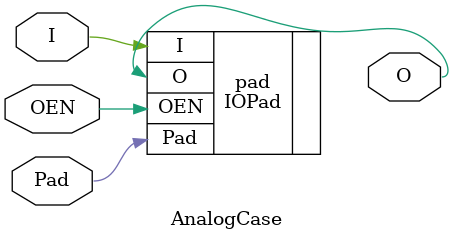
<source format=v>
module AnalogCase (
  input  I,
  input  OEN,
  output O,
  inout Pad
);
  IOPad pad (
    .I   ( I   ),
    .OEN ( OEN ),
    .O   ( O   ),
    .Pad ( Pad )
  );
endmodule

</source>
